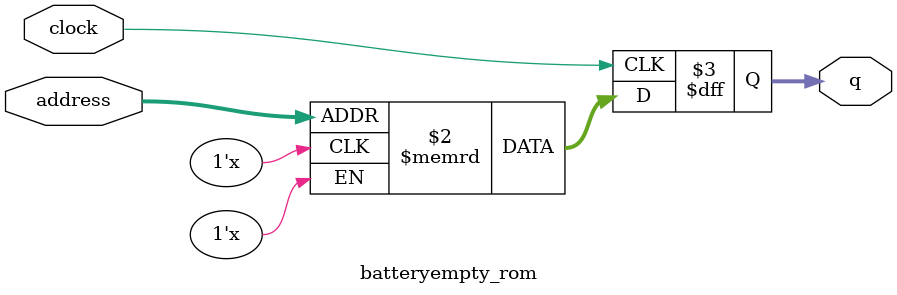
<source format=sv>
module batteryempty_rom (
	input logic clock,
	input logic [10:0] address,
	output logic [3:0] q
);

logic [3:0] memory [0:1363] /* synthesis ram_init_file = "./batteryempty/batteryempty.mif" */;

always_ff @ (posedge clock) begin
	q <= memory[address];
end

endmodule

</source>
